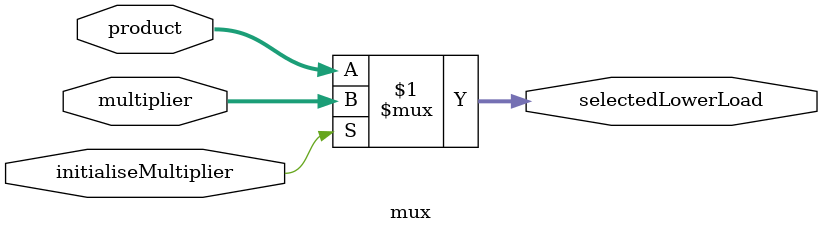
<source format=v>

`timescale 1ns/10ps
module mux
#(
  parameter n = 8
)
( 
   input   wire             initialiseMultiplier, 
   input   wire    [n-1:0]  multiplier, 
   input   wire    [n-1:0]  product, 
   output  wire    [n-1:0]  selectedLowerLoad
);

assign selectedLowerLoad = initialiseMultiplier ? multiplier : product;

endmodule

</source>
